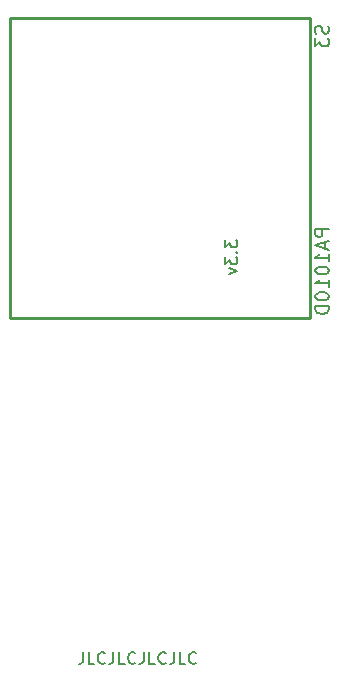
<source format=gbr>
%TF.GenerationSoftware,KiCad,Pcbnew,(6.0.1)*%
%TF.CreationDate,2022-01-30T17:08:52-06:00*%
%TF.ProjectId,BlackBox Hat,426c6163-6b42-46f7-9820-4861742e6b69,rev?*%
%TF.SameCoordinates,Original*%
%TF.FileFunction,Legend,Bot*%
%TF.FilePolarity,Positive*%
%FSLAX46Y46*%
G04 Gerber Fmt 4.6, Leading zero omitted, Abs format (unit mm)*
G04 Created by KiCad (PCBNEW (6.0.1)) date 2022-01-30 17:08:52*
%MOMM*%
%LPD*%
G01*
G04 APERTURE LIST*
%ADD10C,0.150000*%
%ADD11C,0.152000*%
%ADD12C,0.254000*%
G04 APERTURE END LIST*
D10*
X19180952Y-129652380D02*
X19180952Y-130366666D01*
X19133333Y-130509523D01*
X19038095Y-130604761D01*
X18895238Y-130652380D01*
X18800000Y-130652380D01*
X20133333Y-130652380D02*
X19657142Y-130652380D01*
X19657142Y-129652380D01*
X21038095Y-130557142D02*
X20990476Y-130604761D01*
X20847619Y-130652380D01*
X20752380Y-130652380D01*
X20609523Y-130604761D01*
X20514285Y-130509523D01*
X20466666Y-130414285D01*
X20419047Y-130223809D01*
X20419047Y-130080952D01*
X20466666Y-129890476D01*
X20514285Y-129795238D01*
X20609523Y-129700000D01*
X20752380Y-129652380D01*
X20847619Y-129652380D01*
X20990476Y-129700000D01*
X21038095Y-129747619D01*
X21752380Y-129652380D02*
X21752380Y-130366666D01*
X21704761Y-130509523D01*
X21609523Y-130604761D01*
X21466666Y-130652380D01*
X21371428Y-130652380D01*
X22704761Y-130652380D02*
X22228571Y-130652380D01*
X22228571Y-129652380D01*
X23609523Y-130557142D02*
X23561904Y-130604761D01*
X23419047Y-130652380D01*
X23323809Y-130652380D01*
X23180952Y-130604761D01*
X23085714Y-130509523D01*
X23038095Y-130414285D01*
X22990476Y-130223809D01*
X22990476Y-130080952D01*
X23038095Y-129890476D01*
X23085714Y-129795238D01*
X23180952Y-129700000D01*
X23323809Y-129652380D01*
X23419047Y-129652380D01*
X23561904Y-129700000D01*
X23609523Y-129747619D01*
X24323809Y-129652380D02*
X24323809Y-130366666D01*
X24276190Y-130509523D01*
X24180952Y-130604761D01*
X24038095Y-130652380D01*
X23942857Y-130652380D01*
X25276190Y-130652380D02*
X24800000Y-130652380D01*
X24800000Y-129652380D01*
X26180952Y-130557142D02*
X26133333Y-130604761D01*
X25990476Y-130652380D01*
X25895238Y-130652380D01*
X25752380Y-130604761D01*
X25657142Y-130509523D01*
X25609523Y-130414285D01*
X25561904Y-130223809D01*
X25561904Y-130080952D01*
X25609523Y-129890476D01*
X25657142Y-129795238D01*
X25752380Y-129700000D01*
X25895238Y-129652380D01*
X25990476Y-129652380D01*
X26133333Y-129700000D01*
X26180952Y-129747619D01*
X26895238Y-129652380D02*
X26895238Y-130366666D01*
X26847619Y-130509523D01*
X26752380Y-130604761D01*
X26609523Y-130652380D01*
X26514285Y-130652380D01*
X27847619Y-130652380D02*
X27371428Y-130652380D01*
X27371428Y-129652380D01*
X28752380Y-130557142D02*
X28704761Y-130604761D01*
X28561904Y-130652380D01*
X28466666Y-130652380D01*
X28323809Y-130604761D01*
X28228571Y-130509523D01*
X28180952Y-130414285D01*
X28133333Y-130223809D01*
X28133333Y-130080952D01*
X28180952Y-129890476D01*
X28228571Y-129795238D01*
X28323809Y-129700000D01*
X28466666Y-129652380D01*
X28561904Y-129652380D01*
X28704761Y-129700000D01*
X28752380Y-129747619D01*
D11*
%TO.C,S3*%
X39931392Y-76629014D02*
X39985821Y-76792300D01*
X39985821Y-77064442D01*
X39931392Y-77173300D01*
X39876964Y-77227728D01*
X39768107Y-77282157D01*
X39659250Y-77282157D01*
X39550392Y-77227728D01*
X39495964Y-77173300D01*
X39441535Y-77064442D01*
X39387107Y-76846728D01*
X39332678Y-76737871D01*
X39278250Y-76683442D01*
X39169392Y-76629014D01*
X39060535Y-76629014D01*
X38951678Y-76683442D01*
X38897250Y-76737871D01*
X38842821Y-76846728D01*
X38842821Y-77118871D01*
X38897250Y-77282157D01*
X38842821Y-77663157D02*
X38842821Y-78370728D01*
X39278250Y-77989728D01*
X39278250Y-78153014D01*
X39332678Y-78261871D01*
X39387107Y-78316300D01*
X39495964Y-78370728D01*
X39768107Y-78370728D01*
X39876964Y-78316300D01*
X39931392Y-78261871D01*
X39985821Y-78153014D01*
X39985821Y-77826442D01*
X39931392Y-77717585D01*
X39876964Y-77663157D01*
D10*
X39988988Y-93840059D02*
X38838988Y-93840059D01*
X38838988Y-94278154D01*
X38893750Y-94387678D01*
X38948511Y-94442440D01*
X39058035Y-94497202D01*
X39222321Y-94497202D01*
X39331845Y-94442440D01*
X39386607Y-94387678D01*
X39441369Y-94278154D01*
X39441369Y-93840059D01*
X39660416Y-94935297D02*
X39660416Y-95482916D01*
X39988988Y-94825773D02*
X38838988Y-95209107D01*
X39988988Y-95592440D01*
X39988988Y-96578154D02*
X39988988Y-95921011D01*
X39988988Y-96249583D02*
X38838988Y-96249583D01*
X39003273Y-96140059D01*
X39112797Y-96030535D01*
X39167559Y-95921011D01*
X38838988Y-97290059D02*
X38838988Y-97399583D01*
X38893750Y-97509107D01*
X38948511Y-97563869D01*
X39058035Y-97618630D01*
X39277083Y-97673392D01*
X39550892Y-97673392D01*
X39769940Y-97618630D01*
X39879464Y-97563869D01*
X39934226Y-97509107D01*
X39988988Y-97399583D01*
X39988988Y-97290059D01*
X39934226Y-97180535D01*
X39879464Y-97125773D01*
X39769940Y-97071011D01*
X39550892Y-97016250D01*
X39277083Y-97016250D01*
X39058035Y-97071011D01*
X38948511Y-97125773D01*
X38893750Y-97180535D01*
X38838988Y-97290059D01*
X39988988Y-98768630D02*
X39988988Y-98111488D01*
X39988988Y-98440059D02*
X38838988Y-98440059D01*
X39003273Y-98330535D01*
X39112797Y-98221011D01*
X39167559Y-98111488D01*
X38838988Y-99480535D02*
X38838988Y-99590059D01*
X38893750Y-99699583D01*
X38948511Y-99754345D01*
X39058035Y-99809107D01*
X39277083Y-99863869D01*
X39550892Y-99863869D01*
X39769940Y-99809107D01*
X39879464Y-99754345D01*
X39934226Y-99699583D01*
X39988988Y-99590059D01*
X39988988Y-99480535D01*
X39934226Y-99371011D01*
X39879464Y-99316250D01*
X39769940Y-99261488D01*
X39550892Y-99206726D01*
X39277083Y-99206726D01*
X39058035Y-99261488D01*
X38948511Y-99316250D01*
X38893750Y-99371011D01*
X38838988Y-99480535D01*
X39988988Y-100356726D02*
X38838988Y-100356726D01*
X38838988Y-100630535D01*
X38893750Y-100794821D01*
X39003273Y-100904345D01*
X39112797Y-100959107D01*
X39331845Y-101013869D01*
X39496130Y-101013869D01*
X39715178Y-100959107D01*
X39824702Y-100904345D01*
X39934226Y-100794821D01*
X39988988Y-100630535D01*
X39988988Y-100356726D01*
X31233630Y-94758928D02*
X31233630Y-95377976D01*
X31614583Y-95044642D01*
X31614583Y-95187500D01*
X31662202Y-95282738D01*
X31709821Y-95330357D01*
X31805059Y-95377976D01*
X32043154Y-95377976D01*
X32138392Y-95330357D01*
X32186011Y-95282738D01*
X32233630Y-95187500D01*
X32233630Y-94901785D01*
X32186011Y-94806547D01*
X32138392Y-94758928D01*
X32138392Y-95806547D02*
X32186011Y-95854166D01*
X32233630Y-95806547D01*
X32186011Y-95758928D01*
X32138392Y-95806547D01*
X32233630Y-95806547D01*
X31233630Y-96187500D02*
X31233630Y-96806547D01*
X31614583Y-96473214D01*
X31614583Y-96616071D01*
X31662202Y-96711309D01*
X31709821Y-96758928D01*
X31805059Y-96806547D01*
X32043154Y-96806547D01*
X32138392Y-96758928D01*
X32186011Y-96711309D01*
X32233630Y-96616071D01*
X32233630Y-96330357D01*
X32186011Y-96235119D01*
X32138392Y-96187500D01*
X31566964Y-97139880D02*
X32233630Y-97377976D01*
X31566964Y-97616071D01*
D12*
X38354000Y-75946000D02*
X12954000Y-75946000D01*
X12954000Y-75946000D02*
X12954000Y-101346000D01*
X12954000Y-101346000D02*
X38354000Y-101346000D01*
X38354000Y-101346000D02*
X38354000Y-75946000D01*
%TD*%
M02*

</source>
